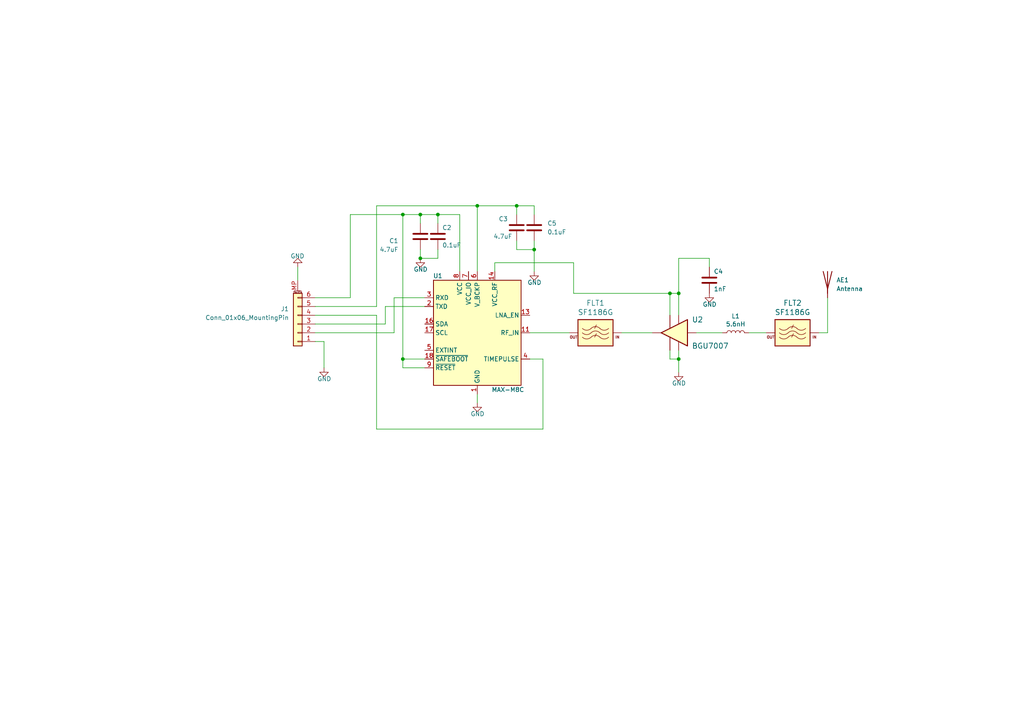
<source format=kicad_sch>
(kicad_sch (version 20210621) (generator eeschema)
  (paper "A4")
  (title_block (title "gps-logger gnss board") (date "2021-10-18") (rev "r2.3") (company "Greg Davill") (comment 4 "Simple GPS logger with low power features"))
  (lib_symbols
    (symbol "Connector_Generic_MountingPin:Conn_01x06_MountingPin" (pin_names (offset 1.016) hide)
      (property "Reference" "J" (at 0 7.62 0))
      (property "Value" "Conn_01x06_MountingPin" (at 1.27 -10.16 0))
      (symbol "Conn_01x06_MountingPin_1_1"
        (text "Mounting" (at 0 -9.271 0) (effects (font (size 0.381 0.381))))
        (rectangle (start -1.27 -7.493) (end 0 -7.747) (stroke (width 0.1524)))
        (rectangle (start -1.27 -4.953) (end 0 -5.207) (stroke (width 0.1524)))
        (rectangle (start -1.27 -2.413) (end 0 -2.667) (stroke (width 0.1524)))
        (rectangle (start -1.27 0.127) (end 0 -0.127) (stroke (width 0.1524)))
        (rectangle (start -1.27 2.667) (end 0 2.413) (stroke (width 0.1524)))
        (rectangle (start -1.27 5.207) (end 0 4.953) (stroke (width 0.1524)))
        (rectangle (start -1.27 6.35) (end 1.27 -8.89) (stroke (width 0.254)) (fill (type background)))
        (polyline (pts (xy -1.016 -9.652) (xy 1.016 -9.652)) (stroke (width 0.1524)))
        (pin passive line (at -5.08 5.08 0) (length 3.81) (name "Pin_1") (number "1"))
        (pin passive line (at -5.08 2.54 0) (length 3.81) (name "Pin_2") (number "2"))
        (pin passive line (at -5.08 0 0) (length 3.81) (name "Pin_3") (number "3"))
        (pin passive line (at -5.08 -2.54 0) (length 3.81) (name "Pin_4") (number "4"))
        (pin passive line (at -5.08 -5.08 0) (length 3.81) (name "Pin_5") (number "5"))
        (pin passive line (at -5.08 -7.62 0) (length 3.81) (name "Pin_6") (number "6"))
        (pin passive line (at 0 -12.7 90) (length 3.048) (name "MountPin") (number "MP"))
      )
    )
    (symbol "Device:Antenna" (pin_numbers hide) (pin_names (offset 1.016) hide)
      (property "Reference" "AE" (at -1.905 1.905 0))
      (property "Value" "Antenna" (at -1.905 0 0))
      (symbol "Antenna_0_1"
        (polyline (pts (xy 0 2.54) (xy 0 -3.81)) (stroke (width 0.254)))
        (polyline (pts (xy 1.27 2.54) (xy 0 -2.54) (xy -1.27 2.54)) (stroke (width 0.254)))
      )
      (symbol "Antenna_1_1"
        (pin input line (at 0 -5.08 90) (length 2.54) (name "A") (number "1"))
      )
    )
    (symbol "Device:C" (pin_numbers hide) (pin_names (offset 0.254))
      (property "Reference" "C" (at 0.635 2.54 0))
      (property "Value" "C" (at 0.635 -2.54 0))
      (symbol "C_0_1"
        (polyline (pts (xy -2.032 -0.762) (xy 2.032 -0.762)) (stroke (width 0.508)))
        (polyline (pts (xy -2.032 0.762) (xy 2.032 0.762)) (stroke (width 0.508)))
      )
      (symbol "C_1_1"
        (pin passive line (at 0 3.81 270) (length 2.794) (name "~") (number "1"))
        (pin passive line (at 0 -3.81 90) (length 2.794) (name "~") (number "2"))
      )
    )
    (symbol "Device:L" (pin_numbers hide) (pin_names (offset 1.016) hide)
      (property "Reference" "L" (at -1.27 0 90))
      (property "Value" "L" (at 1.905 0 90))
      (symbol "L_0_1"
        (arc (start 0 -2.54) (end 0 -1.27) (radius (at 0 -1.905) (length 0.635) (angles -89.9 89.9)))
        (arc (start 0 -1.27) (end 0 0) (radius (at 0 -0.635) (length 0.635) (angles -89.9 89.9)))
        (arc (start 0 0) (end 0 1.27) (radius (at 0 0.635) (length 0.635) (angles -89.9 89.9)))
        (arc (start 0 1.27) (end 0 2.54) (radius (at 0 1.905) (length 0.635) (angles -89.9 89.9)))
      )
      (symbol "L_1_1"
        (pin passive line (at 0 3.81 270) (length 1.27) (name "1") (number "1"))
        (pin passive line (at 0 -3.81 90) (length 1.27) (name "2") (number "2"))
      )
    )
    (symbol "RF_GPS:MAX-M8C"
      (property "Reference" "U" (at -10.16 16.51 0))
      (property "Value" "MAX-M8C" (at 11.43 16.51 0))
      (symbol "MAX-M8C_0_1"
        (rectangle (start 12.7 15.24) (end -12.7 -15.24) (stroke (width 0.254)) (fill (type background)))
      )
      (symbol "MAX-M8C_1_1"
        (pin power_in line (at 0 -17.78 90) (length 2.54) (name "GND") (number "1"))
        (pin passive line (at 0 -17.78 90) (length 2.54) hide (name "GND") (number "10"))
        (pin input line (at 15.24 0 180) (length 2.54) (name "RF_IN") (number "11"))
        (pin passive line (at 0 -17.78 90) (length 2.54) hide (name "GND") (number "12"))
        (pin output line (at 15.24 5.08 180) (length 2.54) (name "LNA_EN") (number "13"))
        (pin power_out line (at 5.08 17.78 270) (length 2.54) (name "VCC_RF") (number "14"))
        (pin no_connect line (at 12.7 -5.08 180) (length 2.54) hide (name "Reserved") (number "15"))
        (pin bidirectional line (at -15.24 2.54 0) (length 2.54) (name "SDA") (number "16"))
        (pin input line (at -15.24 0 0) (length 2.54) (name "SCL") (number "17"))
        (pin input line (at -15.24 -7.62 0) (length 2.54) (name "~{SAFEBOOT}") (number "18"))
        (pin output line (at -15.24 7.62 0) (length 2.54) (name "TXD") (number "2"))
        (pin input line (at -15.24 10.16 0) (length 2.54) (name "RXD") (number "3"))
        (pin output line (at 15.24 -7.62 180) (length 2.54) (name "TIMEPULSE") (number "4"))
        (pin input line (at -15.24 -5.08 0) (length 2.54) (name "EXTINT") (number "5"))
        (pin power_in line (at 0 17.78 270) (length 2.54) (name "V_BCKP") (number "6"))
        (pin power_in line (at -2.54 17.78 270) (length 2.54) (name "VCC_IO") (number "7"))
        (pin power_in line (at -5.08 17.78 270) (length 2.54) (name "VCC") (number "8"))
        (pin input line (at -15.24 -10.16 0) (length 2.54) (name "~{RESET}") (number "9"))
      )
    )
    (symbol "gkl_rf:BGU7007" (pin_names (offset 1.016))
      (property "Reference" "U" (at 3.81 -2.54 0))
      (property "Value" "BGU7007" (at 7.62 2.54 0))
      (symbol "BGU7007_0_1"
        (polyline (pts (xy 3.81 0) (xy -3.81 3.81) (xy -3.81 -3.81) (xy 3.81 0)) (stroke (width 0.3048)) (fill (type background)))
      )
      (symbol "BGU7007_1_1"
        (pin input line (at -1.27 -5.08 90) (length 2.54) (name "GND") (number "1"))
        (pin input line (at 1.27 -5.08 90) (length 3.81) (name "GND") (number "2"))
        (pin input line (at -6.35 0 0) (length 2.54) (name "RF_IN") (number "3"))
        (pin input line (at -1.27 5.08 270) (length 2.54) (name "VCC") (number "4"))
        (pin input line (at 1.27 5.08 270) (length 3.81) (name "ENABLE") (number "5"))
        (pin input line (at 6.35 0 180) (length 2.54) (name "RF_O") (number "6"))
      )
    )
    (symbol "gkl_rf:SF1186G" (pin_names (offset 1.016))
      (property "Reference" "FLT" (at -2.54 -5.08 0))
      (property "Value" "SF1186G" (at 0 5.08 0))
      (symbol "SF1186G_0_0"
        (arc (start -3.81 -1.27) (end -1.27 -1.27) (radius (at -2.54 -2.54) (length 1.8034) (angles 135 45)))
        (arc (start -3.81 0) (end -1.27 0) (radius (at -2.54 -1.27) (length 1.8034) (angles 135 45)))
        (arc (start -1.27 1.27) (end -3.81 1.27) (radius (at -2.54 0) (length 1.8034) (angles 45 135)))
        (arc (start -1.27 -1.27) (end 1.27 -1.27) (radius (at 0 0) (length 1.8034) (angles -135 -45)))
        (arc (start -1.27 0) (end 1.27 0) (radius (at 0 1.27) (length 1.8034) (angles -135 -45)))
        (arc (start -1.27 1.27) (end 1.27 1.27) (radius (at 0 2.54) (length 1.8034) (angles -135 -45)))
        (arc (start 1.27 -1.27) (end 3.81 -1.27) (radius (at 2.54 -2.54) (length 1.8034) (angles 135 45)))
        (arc (start 1.27 0) (end 3.81 0) (radius (at 2.54 -1.27) (length 1.8034) (angles 135 45)))
        (arc (start 1.27 1.27) (end 3.81 1.27) (radius (at 2.54 0) (length 1.8034) (angles 135 45)))
        (text "IN" (at -6.35 1.27 0) (effects (font (size 0.762 0.762))))
        (text "OUT" (at 6.35 1.27 0) (effects (font (size 0.762 0.762))))
        (polyline (pts (xy 0.254 -1.27) (xy -0.254 -2.286)))
        (polyline (pts (xy 0.254 1.27) (xy -0.254 0.254)))
      )
      (symbol "SF1186G_0_1"
        (rectangle (start -5.08 3.81) (end 5.08 -3.81) (stroke (width 0.3048)) (fill (type background)))
      )
      (symbol "SF1186G_1_1"
        (pin input line (at -7.62 0 0) (length 2.54) (name "INPUT") (number "1"))
        (pin input line (at 7.62 0 180) (length 2.54) (name "OUTPUT") (number "3"))
      )
    )
    (symbol "power:GND" (power) (pin_names (offset 0))
      (property "Value" "GND" (at 0 -3.81 0))
      (symbol "GND_0_1"
        (polyline (pts (xy 0 0) (xy 0 -1.27) (xy 1.27 -1.27) (xy 0 -2.54) (xy -1.27 -1.27) (xy 0 -1.27)))
      )
      (symbol "GND_1_1"
        (pin power_in line (at 0 0 270) (length 0) hide (name "GND") (number "1"))
      )
    )
  )
  (junction (at 116.84 62.23))
  (junction (at 116.84 104.14))
  (junction (at 121.92 62.23))
  (junction (at 121.92 74.93))
  (junction (at 127 62.23))
  (junction (at 138.43 59.69))
  (junction (at 149.86 59.69))
  (junction (at 154.94 72.39))
  (junction (at 194.31 85.09))
  (junction (at 196.85 85.09))
  (junction (at 196.85 104.14))
  (wire (pts (xy 86.36 81.28) (xy 86.36 77.47)))
  (wire (pts (xy 91.44 86.36) (xy 101.6 86.36)))
  (wire (pts (xy 91.44 88.9) (xy 109.22 88.9)))
  (wire (pts (xy 91.44 91.44) (xy 109.22 91.44)))
  (wire (pts (xy 91.44 96.52) (xy 114.3 96.52)))
  (wire (pts (xy 91.44 99.06) (xy 93.98 99.06)))
  (wire (pts (xy 93.98 99.06) (xy 93.98 106.68)))
  (wire (pts (xy 101.6 62.23) (xy 116.84 62.23)))
  (wire (pts (xy 101.6 86.36) (xy 101.6 62.23)))
  (wire (pts (xy 109.22 59.69) (xy 138.43 59.69)))
  (wire (pts (xy 109.22 88.9) (xy 109.22 59.69)))
  (wire (pts (xy 109.22 91.44) (xy 109.22 124.46)))
  (wire (pts (xy 109.22 124.46) (xy 157.48 124.46)))
  (wire (pts (xy 111.76 88.9) (xy 111.76 93.98)))
  (wire (pts (xy 111.76 93.98) (xy 91.44 93.98)))
  (wire (pts (xy 114.3 86.36) (xy 123.19 86.36)))
  (wire (pts (xy 114.3 96.52) (xy 114.3 86.36)))
  (wire (pts (xy 116.84 62.23) (xy 116.84 104.14)))
  (wire (pts (xy 116.84 62.23) (xy 121.92 62.23)))
  (wire (pts (xy 116.84 104.14) (xy 116.84 106.68)))
  (wire (pts (xy 116.84 104.14) (xy 123.19 104.14)))
  (wire (pts (xy 116.84 106.68) (xy 123.19 106.68)))
  (wire (pts (xy 121.92 62.23) (xy 127 62.23)))
  (wire (pts (xy 121.92 64.77) (xy 121.92 62.23)))
  (wire (pts (xy 121.92 74.93) (xy 121.92 72.39)))
  (wire (pts (xy 123.19 88.9) (xy 111.76 88.9)))
  (wire (pts (xy 127 62.23) (xy 133.35 62.23)))
  (wire (pts (xy 127 64.77) (xy 127 62.23)))
  (wire (pts (xy 127 72.39) (xy 127 74.93)))
  (wire (pts (xy 127 74.93) (xy 121.92 74.93)))
  (wire (pts (xy 133.35 62.23) (xy 133.35 78.74)))
  (wire (pts (xy 138.43 59.69) (xy 138.43 78.74)))
  (wire (pts (xy 138.43 59.69) (xy 149.86 59.69)))
  (wire (pts (xy 138.43 114.3) (xy 138.43 116.84)))
  (wire (pts (xy 143.51 76.2) (xy 166.37 76.2)))
  (wire (pts (xy 143.51 78.74) (xy 143.51 76.2)))
  (wire (pts (xy 149.86 59.69) (xy 154.94 59.69)))
  (wire (pts (xy 149.86 62.23) (xy 149.86 59.69)))
  (wire (pts (xy 149.86 72.39) (xy 149.86 69.85)))
  (wire (pts (xy 153.67 104.14) (xy 157.48 104.14)))
  (wire (pts (xy 154.94 62.23) (xy 154.94 59.69)))
  (wire (pts (xy 154.94 69.85) (xy 154.94 72.39)))
  (wire (pts (xy 154.94 72.39) (xy 149.86 72.39)))
  (wire (pts (xy 154.94 72.39) (xy 154.94 78.74)))
  (wire (pts (xy 157.48 104.14) (xy 157.48 124.46)))
  (wire (pts (xy 165.1 96.52) (xy 153.67 96.52)))
  (wire (pts (xy 166.37 76.2) (xy 166.37 85.09)))
  (wire (pts (xy 166.37 85.09) (xy 194.31 85.09)))
  (wire (pts (xy 180.34 96.52) (xy 189.23 96.52)))
  (wire (pts (xy 194.31 91.44) (xy 194.31 85.09)))
  (wire (pts (xy 194.31 101.6) (xy 194.31 104.14)))
  (wire (pts (xy 194.31 104.14) (xy 196.85 104.14)))
  (wire (pts (xy 196.85 74.93) (xy 205.74 74.93)))
  (wire (pts (xy 196.85 85.09) (xy 194.31 85.09)))
  (wire (pts (xy 196.85 85.09) (xy 196.85 74.93)))
  (wire (pts (xy 196.85 91.44) (xy 196.85 85.09)))
  (wire (pts (xy 196.85 101.6) (xy 196.85 104.14)))
  (wire (pts (xy 196.85 104.14) (xy 196.85 107.95)))
  (wire (pts (xy 205.74 74.93) (xy 205.74 77.47)))
  (wire (pts (xy 209.55 96.52) (xy 201.93 96.52)))
  (wire (pts (xy 222.25 96.52) (xy 217.17 96.52)))
  (wire (pts (xy 237.49 96.52) (xy 240.03 96.52)))
  (wire (pts (xy 240.03 96.52) (xy 240.03 86.36)))
  (symbol (lib_id "power:GND") (at 86.36 77.47 180) (unit 1)
    (property "Reference" "#PWR0103" (effects hide))
    (property "Value" "GND" (at 86.2838 74.2696 0))
  )
  (symbol (lib_id "power:GND") (at 93.98 106.68 0) (unit 1)
    (property "Reference" "#PWR0102" (effects hide))
    (property "Value" "GND" (at 94.0562 109.8804 0))
  )
  (symbol (lib_id "power:GND") (at 121.92 74.93 0) (unit 1)
    (property "Reference" "#PWR0101" (effects hide))
    (property "Value" "GND" (at 121.9962 78.1304 0))
  )
  (symbol (lib_id "power:GND") (at 138.43 116.84 0) (unit 1)
    (property "Reference" "#PWR0107" (effects hide))
    (property "Value" "GND" (at 138.5062 120.0404 0))
  )
  (symbol (lib_id "power:GND") (at 154.94 78.74 0) (unit 1)
    (property "Reference" "#PWR0104" (effects hide))
    (property "Value" "GND" (at 155.0162 81.9404 0))
  )
  (symbol (lib_id "power:GND") (at 196.85 107.95 0) (unit 1)
    (property "Reference" "#PWR0108" (effects hide))
    (property "Value" "GND" (at 196.9262 111.1504 0))
  )
  (symbol (lib_id "power:GND") (at 205.74 85.09 0) (unit 1)
    (property "Reference" "#PWR0109" (effects hide))
    (property "Value" "GND" (at 205.8162 88.2904 0))
  )
  (symbol (lib_id "Device:L") (at 213.36 96.52 90) (unit 1)
    (property "Reference" "L1" (at 213.36 91.694 90))
    (property "Value" "5.6nH" (at 213.36 94.0054 90))
    (property "Footprint" "pkl_dipol:L_0402" (effects hide))
  )
  (symbol (lib_id "Device:Antenna") (at 240.03 81.28 0) (unit 1)
    (property "Reference" "AE1" (at 242.57 81.2164 0) (effects (justify left)))
    (property "Value" "Antenna" (at 242.57 83.7564 0) (effects (justify left)))
  )
  (symbol (lib_id "Device:C") (at 121.92 68.58 0) (unit 1)
    (property "Reference" "C1" (at 115.57 69.8499 0) (effects (justify right)))
    (property "Value" "4.7uF" (at 115.57 72.3899 0) (effects (justify right)))
    (property "Footprint" "Capacitor_SMD:C_0402_1005Metric" (effects hide))
  )
  (symbol (lib_id "Device:C") (at 127 68.58 0) (unit 1)
    (property "Reference" "C2" (at 128.27 66.0399 0) (effects (justify left)))
    (property "Value" "0.1uF" (at 128.27 71.1199 0) (effects (justify left)))
    (property "Footprint" "Capacitor_SMD:C_0402_1005Metric" (effects hide))
  )
  (symbol (lib_id "Device:C") (at 149.86 66.04 0) (unit 1)
    (property "Reference" "C3" (at 147.32 63.4999 0) (effects (justify right)))
    (property "Value" "4.7uF" (at 148.59 68.5799 0) (effects (justify right)))
    (property "Footprint" "Capacitor_SMD:C_0402_1005Metric" (effects hide))
  )
  (symbol (lib_id "Device:C") (at 154.94 66.04 0) (unit 1)
    (property "Reference" "C5" (at 158.75 64.7699 0) (effects (justify left)))
    (property "Value" "0.1uF" (at 158.75 67.3099 0) (effects (justify left)))
    (property "Footprint" "Capacitor_SMD:C_0402_1005Metric" (effects hide))
  )
  (symbol (lib_id "Device:C") (at 205.74 81.28 0) (unit 1)
    (property "Reference" "C4" (at 207.01 78.74 0) (effects (justify left)))
    (property "Value" "1nF" (at 207.01 83.82 0) (effects (justify left)))
    (property "Footprint" "pkl_dipol:C_0402" (effects hide))
    (property "Mfg" "Yageo" (effects hide))
    (property "PN" "CC0402KRX7R8BB103" (effects hide))
  )
  (symbol (lib_id "gkl_rf:SF1186G") (at 172.72 96.52 180) (unit 1)
    (property "Reference" "FLT1" (at 172.72 87.884 0) (effects (font (size 1.524 1.524))))
    (property "Value" "SF1186G" (at 172.72 90.5764 0) (effects (font (size 1.524 1.524))))
    (property "Footprint" "gkl_housings_son:SAW-5" (effects hide))
    (property "PN" "B39162B8828P810" (effects hide))
    (property "Mfg" "Qualcomm (RF360 - A Qualcomm & TDK Joint Venture)" (effects hide))
  )
  (symbol (lib_id "gkl_rf:SF1186G") (at 229.87 96.52 180) (unit 1)
    (property "Reference" "FLT2" (at 229.87 87.884 0) (effects (font (size 1.524 1.524))))
    (property "Value" "SF1186G" (at 229.87 90.5764 0) (effects (font (size 1.524 1.524))))
    (property "Footprint" "gkl_housings_son:SAW-5" (effects hide))
    (property "PN" "B39162B8828P810" (effects hide))
    (property "Mfg" "Qualcomm (RF360 - A Qualcomm & TDK Joint Venture)" (effects hide))
  )
  (symbol (lib_id "Connector_Generic_MountingPin:Conn_01x06_MountingPin") (at 86.36 93.98 180) (unit 1)
    (property "Reference" "J1" (at 83.82 89.5984 0) (effects (justify left)))
    (property "Value" "Conn_01x06_MountingPin" (at 83.82 92.1384 0) (effects (justify left)))
    (property "Footprint" "gps-logger:Hirose_FH34SRJ-16S-0.5SH_1x16-1MP_P0.50mm_Horizontal" (effects hide))
  )
  (symbol (lib_id "gkl_rf:BGU7007") (at 195.58 96.52 180) (unit 1)
    (property "Reference" "U2" (at 200.66 92.71 0) (effects (font (size 1.524 1.524)) (justify right)))
    (property "Value" "BGU7007" (at 200.66 100.33 0) (effects (font (size 1.524 1.524)) (justify right)))
    (property "Footprint" "gkl_housings_son:XSON6" (effects hide))
    (property "Mfg" "NXP USA Inc." (effects hide))
    (property "PN" "BGU7007,115" (effects hide))
  )
  (symbol (lib_id "RF_GPS:MAX-M8C") (at 138.43 96.52 0) (unit 1)
    (property "Reference" "U1" (at 127 80.01 0))
    (property "Value" "MAX-M8C" (at 147.32 113.03 0))
    (property "Footprint" "RF_GPS:ublox_MAX" (effects hide))
    (property "Datasheet" "https://www.u-blox.com/sites/default/files/MAX-M8-FW3_DataSheet_%28UBX-15031506%29.pdf" (effects hide))
  )
)
</source>
